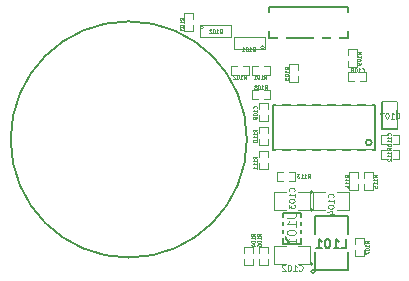
<source format=gbo>
G04 (created by PCBNEW (2013-may-18)-stable) date Mon 02 Nov 2015 08:13:46 PM CST*
%MOIN*%
G04 Gerber Fmt 3.4, Leading zero omitted, Abs format*
%FSLAX34Y34*%
G01*
G70*
G90*
G04 APERTURE LIST*
%ADD10C,0.00590551*%
%ADD11C,0.005*%
%ADD12C,0.0031*%
%ADD13C,0.0039*%
%ADD14C,0.0028*%
%ADD15C,0.003*%
%ADD16C,0.0043*%
%ADD17C,0.0045*%
%ADD18C,0.03*%
%ADD19R,0.0393701X0.015748*%
%ADD20R,0.0275591X0.0590551*%
%ADD21C,0.0354331*%
%ADD22R,0.0354331X0.0590551*%
%ADD23R,0.023622X0.0590551*%
%ADD24C,0.7*%
%ADD25R,0.0315X0.0394*%
%ADD26R,0.1X0.05*%
%ADD27R,0.035X0.055*%
%ADD28R,0.045X0.025*%
%ADD29R,0.0236X0.0157*%
%ADD30R,0.0157X0.0236*%
G04 APERTURE END LIST*
G54D10*
G54D11*
X82850Y-63750D02*
X83050Y-64050D01*
X82850Y-63050D02*
X82850Y-64075D01*
X82850Y-64075D02*
X83450Y-64075D01*
X83450Y-64075D02*
X83450Y-63050D01*
X83450Y-63050D02*
X82850Y-63050D01*
G54D10*
X82381Y-57211D02*
X82381Y-56188D01*
X85018Y-57211D02*
X85018Y-56188D01*
X82381Y-56188D02*
X85018Y-56188D01*
X82381Y-57211D02*
X85018Y-57211D01*
X85800Y-60700D02*
G75*
G03X85800Y-60700I-100J0D01*
G74*
G01*
X85900Y-59450D02*
X82500Y-59450D01*
X82500Y-59450D02*
X82500Y-60950D01*
X82500Y-60950D02*
X85900Y-60950D01*
X85900Y-60950D02*
X85900Y-59450D01*
X81637Y-60600D02*
G75*
G03X81637Y-60600I-3937J0D01*
G74*
G01*
G54D12*
X80199Y-56862D02*
G75*
G03X80199Y-56862I-62J0D01*
G74*
G01*
X81100Y-57200D02*
X81100Y-56800D01*
X80075Y-57200D02*
X80075Y-56800D01*
X81100Y-56800D02*
X80075Y-56800D01*
X80075Y-57200D02*
X81100Y-57200D01*
X82225Y-57538D02*
G75*
G03X82225Y-57538I-62J0D01*
G74*
G01*
X81200Y-57200D02*
X81200Y-57600D01*
X82225Y-57200D02*
X82225Y-57600D01*
X81200Y-57600D02*
X82225Y-57600D01*
X82225Y-57200D02*
X81200Y-57200D01*
G54D11*
X83920Y-65000D02*
G75*
G03X83920Y-65000I-70J0D01*
G74*
G01*
X85000Y-64350D02*
X85000Y-64950D01*
X85000Y-64950D02*
X83900Y-64950D01*
X83900Y-64950D02*
X83900Y-64350D01*
X83900Y-63750D02*
X83900Y-63150D01*
X83900Y-63150D02*
X85000Y-63150D01*
X85000Y-63150D02*
X85000Y-63750D01*
G54D13*
X83850Y-62950D02*
G75*
G03X83850Y-62950I-50J0D01*
G74*
G01*
X83350Y-62950D02*
X83750Y-62950D01*
X83750Y-62950D02*
X83750Y-62350D01*
X83750Y-62350D02*
X83350Y-62350D01*
X82950Y-62350D02*
X82550Y-62350D01*
X82550Y-62350D02*
X82550Y-62950D01*
X82550Y-62950D02*
X82950Y-62950D01*
X83850Y-62350D02*
G75*
G03X83850Y-62350I-50J0D01*
G74*
G01*
X84250Y-62350D02*
X83850Y-62350D01*
X83850Y-62350D02*
X83850Y-62950D01*
X83850Y-62950D02*
X84250Y-62950D01*
X84650Y-62950D02*
X85050Y-62950D01*
X85050Y-62950D02*
X85050Y-62350D01*
X85050Y-62350D02*
X84650Y-62350D01*
X83850Y-64750D02*
G75*
G03X83850Y-64750I-50J0D01*
G74*
G01*
X83350Y-64750D02*
X83750Y-64750D01*
X83750Y-64750D02*
X83750Y-64150D01*
X83750Y-64150D02*
X83350Y-64150D01*
X82950Y-64150D02*
X82550Y-64150D01*
X82550Y-64150D02*
X82550Y-64750D01*
X82550Y-64750D02*
X82950Y-64750D01*
G54D11*
X86150Y-59350D02*
X86150Y-60250D01*
X86150Y-60250D02*
X86650Y-60250D01*
X86650Y-60250D02*
X86650Y-59350D01*
X86650Y-59350D02*
X86150Y-59350D01*
G54D14*
X82350Y-64600D02*
X82350Y-64800D01*
X82350Y-64800D02*
X82050Y-64800D01*
X82050Y-64800D02*
X82050Y-64600D01*
X82350Y-64400D02*
X82350Y-64200D01*
X82350Y-64200D02*
X82050Y-64200D01*
X82050Y-64200D02*
X82050Y-64400D01*
X82850Y-62000D02*
X82650Y-62000D01*
X82650Y-62000D02*
X82650Y-61700D01*
X82650Y-61700D02*
X82850Y-61700D01*
X83050Y-62000D02*
X83250Y-62000D01*
X83250Y-62000D02*
X83250Y-61700D01*
X83250Y-61700D02*
X83050Y-61700D01*
X85850Y-62100D02*
X85850Y-62300D01*
X85850Y-62300D02*
X85550Y-62300D01*
X85550Y-62300D02*
X85550Y-62100D01*
X85850Y-61900D02*
X85850Y-61700D01*
X85850Y-61700D02*
X85550Y-61700D01*
X85550Y-61700D02*
X85550Y-61900D01*
X82350Y-59800D02*
X82350Y-60000D01*
X82350Y-60000D02*
X82050Y-60000D01*
X82050Y-60000D02*
X82050Y-59800D01*
X82350Y-59600D02*
X82350Y-59400D01*
X82350Y-59400D02*
X82050Y-59400D01*
X82050Y-59400D02*
X82050Y-59600D01*
X81550Y-64400D02*
X81550Y-64200D01*
X81550Y-64200D02*
X81850Y-64200D01*
X81850Y-64200D02*
X81850Y-64400D01*
X81550Y-64600D02*
X81550Y-64800D01*
X81550Y-64800D02*
X81850Y-64800D01*
X81850Y-64800D02*
X81850Y-64600D01*
X82200Y-58150D02*
X82400Y-58150D01*
X82400Y-58150D02*
X82400Y-58450D01*
X82400Y-58450D02*
X82200Y-58450D01*
X82000Y-58150D02*
X81800Y-58150D01*
X81800Y-58150D02*
X81800Y-58450D01*
X81800Y-58450D02*
X82000Y-58450D01*
X82350Y-60600D02*
X82350Y-60800D01*
X82350Y-60800D02*
X82050Y-60800D01*
X82050Y-60800D02*
X82050Y-60600D01*
X82350Y-60400D02*
X82350Y-60200D01*
X82350Y-60200D02*
X82050Y-60200D01*
X82050Y-60200D02*
X82050Y-60400D01*
X85250Y-64100D02*
X85250Y-63900D01*
X85250Y-63900D02*
X85550Y-63900D01*
X85550Y-63900D02*
X85550Y-64100D01*
X85250Y-64300D02*
X85250Y-64500D01*
X85250Y-64500D02*
X85550Y-64500D01*
X85550Y-64500D02*
X85550Y-64300D01*
X85300Y-58000D02*
X85300Y-58200D01*
X85300Y-58200D02*
X85000Y-58200D01*
X85000Y-58200D02*
X85000Y-58000D01*
X85300Y-57800D02*
X85300Y-57600D01*
X85300Y-57600D02*
X85000Y-57600D01*
X85000Y-57600D02*
X85000Y-57800D01*
X86500Y-60450D02*
X86700Y-60450D01*
X86700Y-60450D02*
X86700Y-60750D01*
X86700Y-60750D02*
X86500Y-60750D01*
X86300Y-60450D02*
X86100Y-60450D01*
X86100Y-60450D02*
X86100Y-60750D01*
X86100Y-60750D02*
X86300Y-60750D01*
X86300Y-61250D02*
X86100Y-61250D01*
X86100Y-61250D02*
X86100Y-60950D01*
X86100Y-60950D02*
X86300Y-60950D01*
X86500Y-61250D02*
X86700Y-61250D01*
X86700Y-61250D02*
X86700Y-60950D01*
X86700Y-60950D02*
X86500Y-60950D01*
X85400Y-58350D02*
X85600Y-58350D01*
X85600Y-58350D02*
X85600Y-58650D01*
X85600Y-58650D02*
X85400Y-58650D01*
X85200Y-58350D02*
X85000Y-58350D01*
X85000Y-58350D02*
X85000Y-58650D01*
X85000Y-58650D02*
X85200Y-58650D01*
X82350Y-61400D02*
X82350Y-61600D01*
X82350Y-61600D02*
X82050Y-61600D01*
X82050Y-61600D02*
X82050Y-61400D01*
X82350Y-61200D02*
X82350Y-61000D01*
X82350Y-61000D02*
X82050Y-61000D01*
X82050Y-61000D02*
X82050Y-61200D01*
X82000Y-59250D02*
X81800Y-59250D01*
X81800Y-59250D02*
X81800Y-58950D01*
X81800Y-58950D02*
X82000Y-58950D01*
X82200Y-59250D02*
X82400Y-59250D01*
X82400Y-59250D02*
X82400Y-58950D01*
X82400Y-58950D02*
X82200Y-58950D01*
X81500Y-58150D02*
X81700Y-58150D01*
X81700Y-58150D02*
X81700Y-58450D01*
X81700Y-58450D02*
X81500Y-58450D01*
X81300Y-58150D02*
X81100Y-58150D01*
X81100Y-58150D02*
X81100Y-58450D01*
X81100Y-58450D02*
X81300Y-58450D01*
X85350Y-62100D02*
X85350Y-62300D01*
X85350Y-62300D02*
X85050Y-62300D01*
X85050Y-62300D02*
X85050Y-62100D01*
X85350Y-61900D02*
X85350Y-61700D01*
X85350Y-61700D02*
X85050Y-61700D01*
X85050Y-61700D02*
X85050Y-61900D01*
X79550Y-56600D02*
X79550Y-56400D01*
X79550Y-56400D02*
X79850Y-56400D01*
X79850Y-56400D02*
X79850Y-56600D01*
X79550Y-56800D02*
X79550Y-57000D01*
X79550Y-57000D02*
X79850Y-57000D01*
X79850Y-57000D02*
X79850Y-56800D01*
X83050Y-58300D02*
X83050Y-58100D01*
X83050Y-58100D02*
X83350Y-58100D01*
X83350Y-58100D02*
X83350Y-58300D01*
X83050Y-58500D02*
X83050Y-58700D01*
X83050Y-58700D02*
X83350Y-58700D01*
X83350Y-58700D02*
X83350Y-58500D01*
G54D15*
X82971Y-63035D02*
X83214Y-63035D01*
X83242Y-63050D01*
X83257Y-63064D01*
X83271Y-63092D01*
X83271Y-63150D01*
X83257Y-63178D01*
X83242Y-63192D01*
X83214Y-63207D01*
X82971Y-63207D01*
X83271Y-63507D02*
X83271Y-63335D01*
X83271Y-63421D02*
X82971Y-63421D01*
X83014Y-63392D01*
X83042Y-63364D01*
X83057Y-63335D01*
X82971Y-63692D02*
X82971Y-63721D01*
X82985Y-63750D01*
X83000Y-63764D01*
X83028Y-63778D01*
X83085Y-63792D01*
X83157Y-63792D01*
X83214Y-63778D01*
X83242Y-63764D01*
X83257Y-63750D01*
X83271Y-63721D01*
X83271Y-63692D01*
X83257Y-63664D01*
X83242Y-63650D01*
X83214Y-63635D01*
X83157Y-63621D01*
X83085Y-63621D01*
X83028Y-63635D01*
X83000Y-63650D01*
X82985Y-63664D01*
X82971Y-63692D01*
X83271Y-64078D02*
X83271Y-63907D01*
X83271Y-63992D02*
X82971Y-63992D01*
X83014Y-63964D01*
X83042Y-63935D01*
X83057Y-63907D01*
G54D14*
X80725Y-57060D02*
X80737Y-57054D01*
X80748Y-57042D01*
X80765Y-57025D01*
X80777Y-57020D01*
X80788Y-57020D01*
X80782Y-57048D02*
X80794Y-57042D01*
X80805Y-57031D01*
X80811Y-57008D01*
X80811Y-56968D01*
X80805Y-56945D01*
X80794Y-56934D01*
X80782Y-56928D01*
X80760Y-56928D01*
X80748Y-56934D01*
X80737Y-56945D01*
X80731Y-56968D01*
X80731Y-57008D01*
X80737Y-57031D01*
X80748Y-57042D01*
X80760Y-57048D01*
X80782Y-57048D01*
X80617Y-57048D02*
X80685Y-57048D01*
X80651Y-57048D02*
X80651Y-56928D01*
X80662Y-56945D01*
X80674Y-56957D01*
X80685Y-56962D01*
X80542Y-56928D02*
X80531Y-56928D01*
X80520Y-56934D01*
X80514Y-56940D01*
X80508Y-56951D01*
X80502Y-56974D01*
X80502Y-57002D01*
X80508Y-57025D01*
X80514Y-57037D01*
X80520Y-57042D01*
X80531Y-57048D01*
X80542Y-57048D01*
X80554Y-57042D01*
X80560Y-57037D01*
X80565Y-57025D01*
X80571Y-57002D01*
X80571Y-56974D01*
X80565Y-56951D01*
X80560Y-56940D01*
X80554Y-56934D01*
X80542Y-56928D01*
X80457Y-56940D02*
X80451Y-56934D01*
X80440Y-56928D01*
X80411Y-56928D01*
X80400Y-56934D01*
X80394Y-56940D01*
X80388Y-56951D01*
X80388Y-56962D01*
X80394Y-56980D01*
X80462Y-57048D01*
X80388Y-57048D01*
X81825Y-57660D02*
X81837Y-57654D01*
X81848Y-57642D01*
X81865Y-57625D01*
X81877Y-57620D01*
X81888Y-57620D01*
X81882Y-57648D02*
X81894Y-57642D01*
X81905Y-57631D01*
X81911Y-57608D01*
X81911Y-57568D01*
X81905Y-57545D01*
X81894Y-57534D01*
X81882Y-57528D01*
X81860Y-57528D01*
X81848Y-57534D01*
X81837Y-57545D01*
X81831Y-57568D01*
X81831Y-57608D01*
X81837Y-57631D01*
X81848Y-57642D01*
X81860Y-57648D01*
X81882Y-57648D01*
X81717Y-57648D02*
X81785Y-57648D01*
X81751Y-57648D02*
X81751Y-57528D01*
X81762Y-57545D01*
X81774Y-57557D01*
X81785Y-57562D01*
X81642Y-57528D02*
X81631Y-57528D01*
X81620Y-57534D01*
X81614Y-57540D01*
X81608Y-57551D01*
X81602Y-57574D01*
X81602Y-57602D01*
X81608Y-57625D01*
X81614Y-57637D01*
X81620Y-57642D01*
X81631Y-57648D01*
X81642Y-57648D01*
X81654Y-57642D01*
X81660Y-57637D01*
X81665Y-57625D01*
X81671Y-57602D01*
X81671Y-57574D01*
X81665Y-57551D01*
X81660Y-57540D01*
X81654Y-57534D01*
X81642Y-57528D01*
X81488Y-57648D02*
X81557Y-57648D01*
X81522Y-57648D02*
X81522Y-57528D01*
X81534Y-57545D01*
X81545Y-57557D01*
X81557Y-57562D01*
G54D11*
X84785Y-64221D02*
X84928Y-64221D01*
X84928Y-63921D01*
X84528Y-64221D02*
X84699Y-64221D01*
X84614Y-64221D02*
X84614Y-63921D01*
X84642Y-63964D01*
X84671Y-63992D01*
X84699Y-64007D01*
X84342Y-63921D02*
X84314Y-63921D01*
X84285Y-63935D01*
X84271Y-63950D01*
X84257Y-63978D01*
X84242Y-64035D01*
X84242Y-64107D01*
X84257Y-64164D01*
X84271Y-64192D01*
X84285Y-64207D01*
X84314Y-64221D01*
X84342Y-64221D01*
X84371Y-64207D01*
X84385Y-64192D01*
X84399Y-64164D01*
X84414Y-64107D01*
X84414Y-64035D01*
X84399Y-63978D01*
X84385Y-63950D01*
X84371Y-63935D01*
X84342Y-63921D01*
X83957Y-64221D02*
X84128Y-64221D01*
X84042Y-64221D02*
X84042Y-63921D01*
X84071Y-63964D01*
X84100Y-63992D01*
X84128Y-64007D01*
G54D16*
X83210Y-62329D02*
X83220Y-62320D01*
X83229Y-62292D01*
X83229Y-62273D01*
X83220Y-62245D01*
X83201Y-62226D01*
X83182Y-62216D01*
X83145Y-62207D01*
X83117Y-62207D01*
X83079Y-62216D01*
X83060Y-62226D01*
X83042Y-62245D01*
X83032Y-62273D01*
X83032Y-62292D01*
X83042Y-62320D01*
X83051Y-62329D01*
X83229Y-62517D02*
X83229Y-62404D01*
X83229Y-62460D02*
X83032Y-62460D01*
X83060Y-62442D01*
X83079Y-62423D01*
X83089Y-62404D01*
X83032Y-62639D02*
X83032Y-62657D01*
X83042Y-62676D01*
X83051Y-62686D01*
X83070Y-62695D01*
X83107Y-62704D01*
X83154Y-62704D01*
X83192Y-62695D01*
X83210Y-62686D01*
X83220Y-62676D01*
X83229Y-62657D01*
X83229Y-62639D01*
X83220Y-62620D01*
X83210Y-62610D01*
X83192Y-62601D01*
X83154Y-62592D01*
X83107Y-62592D01*
X83070Y-62601D01*
X83051Y-62610D01*
X83042Y-62620D01*
X83032Y-62639D01*
X83032Y-62770D02*
X83032Y-62892D01*
X83107Y-62826D01*
X83107Y-62854D01*
X83117Y-62873D01*
X83126Y-62883D01*
X83145Y-62892D01*
X83192Y-62892D01*
X83210Y-62883D01*
X83220Y-62873D01*
X83229Y-62854D01*
X83229Y-62798D01*
X83220Y-62779D01*
X83210Y-62770D01*
X84510Y-62529D02*
X84520Y-62520D01*
X84529Y-62492D01*
X84529Y-62473D01*
X84520Y-62445D01*
X84501Y-62426D01*
X84482Y-62416D01*
X84445Y-62407D01*
X84417Y-62407D01*
X84379Y-62416D01*
X84360Y-62426D01*
X84342Y-62445D01*
X84332Y-62473D01*
X84332Y-62492D01*
X84342Y-62520D01*
X84351Y-62529D01*
X84529Y-62717D02*
X84529Y-62604D01*
X84529Y-62660D02*
X84332Y-62660D01*
X84360Y-62642D01*
X84379Y-62623D01*
X84389Y-62604D01*
X84332Y-62839D02*
X84332Y-62857D01*
X84342Y-62876D01*
X84351Y-62886D01*
X84370Y-62895D01*
X84407Y-62904D01*
X84454Y-62904D01*
X84492Y-62895D01*
X84510Y-62886D01*
X84520Y-62876D01*
X84529Y-62857D01*
X84529Y-62839D01*
X84520Y-62820D01*
X84510Y-62810D01*
X84492Y-62801D01*
X84454Y-62792D01*
X84407Y-62792D01*
X84370Y-62801D01*
X84351Y-62810D01*
X84342Y-62820D01*
X84332Y-62839D01*
X84398Y-63073D02*
X84529Y-63073D01*
X84323Y-63026D02*
X84464Y-62979D01*
X84464Y-63101D01*
X83370Y-64960D02*
X83379Y-64970D01*
X83407Y-64979D01*
X83426Y-64979D01*
X83454Y-64970D01*
X83473Y-64951D01*
X83483Y-64932D01*
X83492Y-64895D01*
X83492Y-64867D01*
X83483Y-64829D01*
X83473Y-64810D01*
X83454Y-64792D01*
X83426Y-64782D01*
X83407Y-64782D01*
X83379Y-64792D01*
X83370Y-64801D01*
X83182Y-64979D02*
X83295Y-64979D01*
X83239Y-64979D02*
X83239Y-64782D01*
X83257Y-64810D01*
X83276Y-64829D01*
X83295Y-64839D01*
X83060Y-64782D02*
X83042Y-64782D01*
X83023Y-64792D01*
X83013Y-64801D01*
X83004Y-64820D01*
X82995Y-64857D01*
X82995Y-64904D01*
X83004Y-64942D01*
X83013Y-64960D01*
X83023Y-64970D01*
X83042Y-64979D01*
X83060Y-64979D01*
X83079Y-64970D01*
X83089Y-64960D01*
X83098Y-64942D01*
X83107Y-64904D01*
X83107Y-64857D01*
X83098Y-64820D01*
X83089Y-64801D01*
X83079Y-64792D01*
X83060Y-64782D01*
X82920Y-64801D02*
X82910Y-64792D01*
X82892Y-64782D01*
X82845Y-64782D01*
X82826Y-64792D01*
X82816Y-64801D01*
X82807Y-64820D01*
X82807Y-64839D01*
X82816Y-64867D01*
X82929Y-64979D01*
X82807Y-64979D01*
G54D17*
X86601Y-59886D02*
X86610Y-59896D01*
X86635Y-59905D01*
X86652Y-59905D01*
X86678Y-59896D01*
X86695Y-59877D01*
X86704Y-59858D01*
X86712Y-59820D01*
X86712Y-59791D01*
X86704Y-59753D01*
X86695Y-59734D01*
X86678Y-59715D01*
X86652Y-59705D01*
X86635Y-59705D01*
X86610Y-59715D01*
X86601Y-59725D01*
X86430Y-59905D02*
X86532Y-59905D01*
X86481Y-59905D02*
X86481Y-59705D01*
X86498Y-59734D01*
X86515Y-59753D01*
X86532Y-59763D01*
X86318Y-59705D02*
X86301Y-59705D01*
X86284Y-59715D01*
X86275Y-59725D01*
X86267Y-59744D01*
X86258Y-59782D01*
X86258Y-59829D01*
X86267Y-59867D01*
X86275Y-59886D01*
X86284Y-59896D01*
X86301Y-59905D01*
X86318Y-59905D01*
X86335Y-59896D01*
X86344Y-59886D01*
X86352Y-59867D01*
X86361Y-59829D01*
X86361Y-59782D01*
X86352Y-59744D01*
X86344Y-59725D01*
X86335Y-59715D01*
X86318Y-59705D01*
X86198Y-59705D02*
X86078Y-59705D01*
X86155Y-59905D01*
G54D14*
X82105Y-63815D02*
X82040Y-63775D01*
X82105Y-63747D02*
X81967Y-63747D01*
X81967Y-63792D01*
X81974Y-63804D01*
X81981Y-63810D01*
X81994Y-63815D01*
X82013Y-63815D01*
X82027Y-63810D01*
X82033Y-63804D01*
X82040Y-63792D01*
X82040Y-63747D01*
X82105Y-63930D02*
X82105Y-63861D01*
X82105Y-63895D02*
X81967Y-63895D01*
X81987Y-63884D01*
X82000Y-63872D01*
X82007Y-63861D01*
X81967Y-64004D02*
X81967Y-64015D01*
X81974Y-64027D01*
X81981Y-64032D01*
X81994Y-64038D01*
X82020Y-64044D01*
X82053Y-64044D01*
X82079Y-64038D01*
X82092Y-64032D01*
X82099Y-64027D01*
X82105Y-64015D01*
X82105Y-64004D01*
X82099Y-63992D01*
X82092Y-63987D01*
X82079Y-63981D01*
X82053Y-63975D01*
X82020Y-63975D01*
X81994Y-63981D01*
X81981Y-63987D01*
X81974Y-63992D01*
X81967Y-64004D01*
X81967Y-64147D02*
X81967Y-64124D01*
X81974Y-64112D01*
X81981Y-64107D01*
X82000Y-64095D01*
X82027Y-64090D01*
X82079Y-64090D01*
X82092Y-64095D01*
X82099Y-64101D01*
X82105Y-64112D01*
X82105Y-64135D01*
X82099Y-64147D01*
X82092Y-64152D01*
X82079Y-64158D01*
X82046Y-64158D01*
X82033Y-64152D01*
X82027Y-64147D01*
X82020Y-64135D01*
X82020Y-64112D01*
X82027Y-64101D01*
X82033Y-64095D01*
X82046Y-64090D01*
X83659Y-61880D02*
X83699Y-61815D01*
X83727Y-61880D02*
X83727Y-61742D01*
X83682Y-61742D01*
X83670Y-61749D01*
X83665Y-61756D01*
X83659Y-61769D01*
X83659Y-61788D01*
X83665Y-61802D01*
X83670Y-61808D01*
X83682Y-61815D01*
X83727Y-61815D01*
X83545Y-61880D02*
X83613Y-61880D01*
X83579Y-61880D02*
X83579Y-61742D01*
X83590Y-61762D01*
X83602Y-61775D01*
X83613Y-61782D01*
X83430Y-61880D02*
X83499Y-61880D01*
X83465Y-61880D02*
X83465Y-61742D01*
X83476Y-61762D01*
X83487Y-61775D01*
X83499Y-61782D01*
X83390Y-61742D02*
X83316Y-61742D01*
X83356Y-61795D01*
X83339Y-61795D01*
X83327Y-61802D01*
X83322Y-61808D01*
X83316Y-61821D01*
X83316Y-61854D01*
X83322Y-61867D01*
X83327Y-61874D01*
X83339Y-61880D01*
X83373Y-61880D01*
X83385Y-61874D01*
X83390Y-61867D01*
X85980Y-61865D02*
X85915Y-61825D01*
X85980Y-61797D02*
X85842Y-61797D01*
X85842Y-61842D01*
X85849Y-61854D01*
X85856Y-61860D01*
X85869Y-61865D01*
X85888Y-61865D01*
X85902Y-61860D01*
X85908Y-61854D01*
X85915Y-61842D01*
X85915Y-61797D01*
X85980Y-61980D02*
X85980Y-61911D01*
X85980Y-61945D02*
X85842Y-61945D01*
X85862Y-61934D01*
X85875Y-61922D01*
X85882Y-61911D01*
X85980Y-62094D02*
X85980Y-62025D01*
X85980Y-62060D02*
X85842Y-62060D01*
X85862Y-62048D01*
X85875Y-62037D01*
X85882Y-62025D01*
X85842Y-62202D02*
X85842Y-62145D01*
X85908Y-62140D01*
X85902Y-62145D01*
X85895Y-62157D01*
X85895Y-62185D01*
X85902Y-62197D01*
X85908Y-62202D01*
X85921Y-62208D01*
X85954Y-62208D01*
X85967Y-62202D01*
X85974Y-62197D01*
X85980Y-62185D01*
X85980Y-62157D01*
X85974Y-62145D01*
X85967Y-62140D01*
X81967Y-59565D02*
X81974Y-59560D01*
X81980Y-59542D01*
X81980Y-59531D01*
X81974Y-59514D01*
X81961Y-59502D01*
X81948Y-59497D01*
X81921Y-59491D01*
X81902Y-59491D01*
X81875Y-59497D01*
X81862Y-59502D01*
X81849Y-59514D01*
X81842Y-59531D01*
X81842Y-59542D01*
X81849Y-59560D01*
X81856Y-59565D01*
X81980Y-59680D02*
X81980Y-59611D01*
X81980Y-59645D02*
X81842Y-59645D01*
X81862Y-59634D01*
X81875Y-59622D01*
X81882Y-59611D01*
X81842Y-59754D02*
X81842Y-59765D01*
X81849Y-59777D01*
X81856Y-59782D01*
X81869Y-59788D01*
X81895Y-59794D01*
X81928Y-59794D01*
X81954Y-59788D01*
X81967Y-59782D01*
X81974Y-59777D01*
X81980Y-59765D01*
X81980Y-59754D01*
X81974Y-59742D01*
X81967Y-59737D01*
X81954Y-59731D01*
X81928Y-59725D01*
X81895Y-59725D01*
X81869Y-59731D01*
X81856Y-59737D01*
X81849Y-59742D01*
X81842Y-59754D01*
X81980Y-59851D02*
X81980Y-59874D01*
X81974Y-59885D01*
X81967Y-59891D01*
X81948Y-59902D01*
X81921Y-59908D01*
X81869Y-59908D01*
X81856Y-59902D01*
X81849Y-59897D01*
X81842Y-59885D01*
X81842Y-59862D01*
X81849Y-59851D01*
X81856Y-59845D01*
X81869Y-59840D01*
X81902Y-59840D01*
X81915Y-59845D01*
X81921Y-59851D01*
X81928Y-59862D01*
X81928Y-59885D01*
X81921Y-59897D01*
X81915Y-59902D01*
X81902Y-59908D01*
X81905Y-63815D02*
X81840Y-63775D01*
X81905Y-63747D02*
X81767Y-63747D01*
X81767Y-63792D01*
X81774Y-63804D01*
X81781Y-63810D01*
X81794Y-63815D01*
X81813Y-63815D01*
X81827Y-63810D01*
X81833Y-63804D01*
X81840Y-63792D01*
X81840Y-63747D01*
X81905Y-63930D02*
X81905Y-63861D01*
X81905Y-63895D02*
X81767Y-63895D01*
X81787Y-63884D01*
X81800Y-63872D01*
X81807Y-63861D01*
X81767Y-64004D02*
X81767Y-64015D01*
X81774Y-64027D01*
X81781Y-64032D01*
X81794Y-64038D01*
X81820Y-64044D01*
X81853Y-64044D01*
X81879Y-64038D01*
X81892Y-64032D01*
X81899Y-64027D01*
X81905Y-64015D01*
X81905Y-64004D01*
X81899Y-63992D01*
X81892Y-63987D01*
X81879Y-63981D01*
X81853Y-63975D01*
X81820Y-63975D01*
X81794Y-63981D01*
X81781Y-63987D01*
X81774Y-63992D01*
X81767Y-64004D01*
X81813Y-64147D02*
X81905Y-64147D01*
X81761Y-64118D02*
X81859Y-64090D01*
X81859Y-64164D01*
X82209Y-58580D02*
X82249Y-58515D01*
X82277Y-58580D02*
X82277Y-58442D01*
X82232Y-58442D01*
X82220Y-58449D01*
X82215Y-58456D01*
X82209Y-58469D01*
X82209Y-58488D01*
X82215Y-58502D01*
X82220Y-58508D01*
X82232Y-58515D01*
X82277Y-58515D01*
X82095Y-58580D02*
X82163Y-58580D01*
X82129Y-58580D02*
X82129Y-58442D01*
X82140Y-58462D01*
X82152Y-58475D01*
X82163Y-58482D01*
X82020Y-58442D02*
X82009Y-58442D01*
X81997Y-58449D01*
X81992Y-58456D01*
X81986Y-58469D01*
X81980Y-58495D01*
X81980Y-58528D01*
X81986Y-58554D01*
X81992Y-58567D01*
X81997Y-58574D01*
X82009Y-58580D01*
X82020Y-58580D01*
X82032Y-58574D01*
X82037Y-58567D01*
X82043Y-58554D01*
X82049Y-58528D01*
X82049Y-58495D01*
X82043Y-58469D01*
X82037Y-58456D01*
X82032Y-58449D01*
X82020Y-58442D01*
X81866Y-58580D02*
X81935Y-58580D01*
X81900Y-58580D02*
X81900Y-58442D01*
X81912Y-58462D01*
X81923Y-58475D01*
X81935Y-58482D01*
X81980Y-60340D02*
X81915Y-60300D01*
X81980Y-60272D02*
X81842Y-60272D01*
X81842Y-60317D01*
X81849Y-60329D01*
X81856Y-60335D01*
X81869Y-60340D01*
X81888Y-60340D01*
X81902Y-60335D01*
X81908Y-60329D01*
X81915Y-60317D01*
X81915Y-60272D01*
X81980Y-60455D02*
X81980Y-60386D01*
X81980Y-60420D02*
X81842Y-60420D01*
X81862Y-60409D01*
X81875Y-60397D01*
X81882Y-60386D01*
X81980Y-60569D02*
X81980Y-60500D01*
X81980Y-60535D02*
X81842Y-60535D01*
X81862Y-60523D01*
X81875Y-60512D01*
X81882Y-60500D01*
X81842Y-60643D02*
X81842Y-60655D01*
X81849Y-60666D01*
X81856Y-60672D01*
X81869Y-60677D01*
X81895Y-60683D01*
X81928Y-60683D01*
X81954Y-60677D01*
X81967Y-60672D01*
X81974Y-60666D01*
X81980Y-60655D01*
X81980Y-60643D01*
X81974Y-60632D01*
X81967Y-60626D01*
X81954Y-60620D01*
X81928Y-60615D01*
X81895Y-60615D01*
X81869Y-60620D01*
X81856Y-60626D01*
X81849Y-60632D01*
X81842Y-60643D01*
X85705Y-64065D02*
X85640Y-64025D01*
X85705Y-63997D02*
X85567Y-63997D01*
X85567Y-64042D01*
X85574Y-64054D01*
X85581Y-64060D01*
X85594Y-64065D01*
X85613Y-64065D01*
X85627Y-64060D01*
X85633Y-64054D01*
X85640Y-64042D01*
X85640Y-63997D01*
X85705Y-64180D02*
X85705Y-64111D01*
X85705Y-64145D02*
X85567Y-64145D01*
X85587Y-64134D01*
X85600Y-64122D01*
X85607Y-64111D01*
X85567Y-64254D02*
X85567Y-64265D01*
X85574Y-64277D01*
X85581Y-64282D01*
X85594Y-64288D01*
X85620Y-64294D01*
X85653Y-64294D01*
X85679Y-64288D01*
X85692Y-64282D01*
X85699Y-64277D01*
X85705Y-64265D01*
X85705Y-64254D01*
X85699Y-64242D01*
X85692Y-64237D01*
X85679Y-64231D01*
X85653Y-64225D01*
X85620Y-64225D01*
X85594Y-64231D01*
X85581Y-64237D01*
X85574Y-64242D01*
X85567Y-64254D01*
X85567Y-64334D02*
X85567Y-64414D01*
X85705Y-64362D01*
X85430Y-57765D02*
X85365Y-57725D01*
X85430Y-57697D02*
X85292Y-57697D01*
X85292Y-57742D01*
X85299Y-57754D01*
X85306Y-57760D01*
X85319Y-57765D01*
X85338Y-57765D01*
X85352Y-57760D01*
X85358Y-57754D01*
X85365Y-57742D01*
X85365Y-57697D01*
X85430Y-57880D02*
X85430Y-57811D01*
X85430Y-57845D02*
X85292Y-57845D01*
X85312Y-57834D01*
X85325Y-57822D01*
X85332Y-57811D01*
X85292Y-57954D02*
X85292Y-57965D01*
X85299Y-57977D01*
X85306Y-57982D01*
X85319Y-57988D01*
X85345Y-57994D01*
X85378Y-57994D01*
X85404Y-57988D01*
X85417Y-57982D01*
X85424Y-57977D01*
X85430Y-57965D01*
X85430Y-57954D01*
X85424Y-57942D01*
X85417Y-57937D01*
X85404Y-57931D01*
X85378Y-57925D01*
X85345Y-57925D01*
X85319Y-57931D01*
X85306Y-57937D01*
X85299Y-57942D01*
X85292Y-57954D01*
X85430Y-58051D02*
X85430Y-58074D01*
X85424Y-58085D01*
X85417Y-58091D01*
X85398Y-58102D01*
X85371Y-58108D01*
X85319Y-58108D01*
X85306Y-58102D01*
X85299Y-58097D01*
X85292Y-58085D01*
X85292Y-58062D01*
X85299Y-58051D01*
X85306Y-58045D01*
X85319Y-58040D01*
X85352Y-58040D01*
X85365Y-58045D01*
X85371Y-58051D01*
X85378Y-58062D01*
X85378Y-58085D01*
X85371Y-58097D01*
X85365Y-58102D01*
X85352Y-58108D01*
X86442Y-60465D02*
X86449Y-60460D01*
X86455Y-60442D01*
X86455Y-60431D01*
X86449Y-60414D01*
X86436Y-60402D01*
X86423Y-60397D01*
X86396Y-60391D01*
X86377Y-60391D01*
X86350Y-60397D01*
X86337Y-60402D01*
X86324Y-60414D01*
X86317Y-60431D01*
X86317Y-60442D01*
X86324Y-60460D01*
X86331Y-60465D01*
X86455Y-60580D02*
X86455Y-60511D01*
X86455Y-60545D02*
X86317Y-60545D01*
X86337Y-60534D01*
X86350Y-60522D01*
X86357Y-60511D01*
X86455Y-60694D02*
X86455Y-60625D01*
X86455Y-60660D02*
X86317Y-60660D01*
X86337Y-60648D01*
X86350Y-60637D01*
X86357Y-60625D01*
X86317Y-60768D02*
X86317Y-60780D01*
X86324Y-60791D01*
X86331Y-60797D01*
X86344Y-60802D01*
X86370Y-60808D01*
X86403Y-60808D01*
X86429Y-60802D01*
X86442Y-60797D01*
X86449Y-60791D01*
X86455Y-60780D01*
X86455Y-60768D01*
X86449Y-60757D01*
X86442Y-60751D01*
X86429Y-60745D01*
X86403Y-60740D01*
X86370Y-60740D01*
X86344Y-60745D01*
X86331Y-60751D01*
X86324Y-60757D01*
X86317Y-60768D01*
X86455Y-60965D02*
X86390Y-60925D01*
X86455Y-60897D02*
X86317Y-60897D01*
X86317Y-60942D01*
X86324Y-60954D01*
X86331Y-60960D01*
X86344Y-60965D01*
X86363Y-60965D01*
X86377Y-60960D01*
X86383Y-60954D01*
X86390Y-60942D01*
X86390Y-60897D01*
X86455Y-61080D02*
X86455Y-61011D01*
X86455Y-61045D02*
X86317Y-61045D01*
X86337Y-61034D01*
X86350Y-61022D01*
X86357Y-61011D01*
X86455Y-61194D02*
X86455Y-61125D01*
X86455Y-61160D02*
X86317Y-61160D01*
X86337Y-61148D01*
X86350Y-61137D01*
X86357Y-61125D01*
X86331Y-61240D02*
X86324Y-61245D01*
X86317Y-61257D01*
X86317Y-61285D01*
X86324Y-61297D01*
X86331Y-61302D01*
X86344Y-61308D01*
X86357Y-61308D01*
X86377Y-61302D01*
X86455Y-61234D01*
X86455Y-61308D01*
X85459Y-58342D02*
X85465Y-58349D01*
X85482Y-58355D01*
X85493Y-58355D01*
X85510Y-58349D01*
X85522Y-58336D01*
X85527Y-58323D01*
X85533Y-58296D01*
X85533Y-58277D01*
X85527Y-58250D01*
X85522Y-58237D01*
X85510Y-58224D01*
X85493Y-58217D01*
X85482Y-58217D01*
X85465Y-58224D01*
X85459Y-58231D01*
X85345Y-58355D02*
X85413Y-58355D01*
X85379Y-58355D02*
X85379Y-58217D01*
X85390Y-58237D01*
X85402Y-58250D01*
X85413Y-58257D01*
X85270Y-58217D02*
X85259Y-58217D01*
X85247Y-58224D01*
X85242Y-58231D01*
X85236Y-58244D01*
X85230Y-58270D01*
X85230Y-58303D01*
X85236Y-58329D01*
X85242Y-58342D01*
X85247Y-58349D01*
X85259Y-58355D01*
X85270Y-58355D01*
X85282Y-58349D01*
X85287Y-58342D01*
X85293Y-58329D01*
X85299Y-58303D01*
X85299Y-58270D01*
X85293Y-58244D01*
X85287Y-58231D01*
X85282Y-58224D01*
X85270Y-58217D01*
X85162Y-58277D02*
X85173Y-58270D01*
X85179Y-58263D01*
X85185Y-58250D01*
X85185Y-58244D01*
X85179Y-58231D01*
X85173Y-58224D01*
X85162Y-58217D01*
X85139Y-58217D01*
X85127Y-58224D01*
X85122Y-58231D01*
X85116Y-58244D01*
X85116Y-58250D01*
X85122Y-58263D01*
X85127Y-58270D01*
X85139Y-58277D01*
X85162Y-58277D01*
X85173Y-58283D01*
X85179Y-58290D01*
X85185Y-58303D01*
X85185Y-58329D01*
X85179Y-58342D01*
X85173Y-58349D01*
X85162Y-58355D01*
X85139Y-58355D01*
X85127Y-58349D01*
X85122Y-58342D01*
X85116Y-58329D01*
X85116Y-58303D01*
X85122Y-58290D01*
X85127Y-58283D01*
X85139Y-58277D01*
X81980Y-61240D02*
X81915Y-61200D01*
X81980Y-61172D02*
X81842Y-61172D01*
X81842Y-61217D01*
X81849Y-61229D01*
X81856Y-61235D01*
X81869Y-61240D01*
X81888Y-61240D01*
X81902Y-61235D01*
X81908Y-61229D01*
X81915Y-61217D01*
X81915Y-61172D01*
X81980Y-61355D02*
X81980Y-61286D01*
X81980Y-61320D02*
X81842Y-61320D01*
X81862Y-61309D01*
X81875Y-61297D01*
X81882Y-61286D01*
X81980Y-61469D02*
X81980Y-61400D01*
X81980Y-61435D02*
X81842Y-61435D01*
X81862Y-61423D01*
X81875Y-61412D01*
X81882Y-61400D01*
X81980Y-61583D02*
X81980Y-61515D01*
X81980Y-61549D02*
X81842Y-61549D01*
X81862Y-61537D01*
X81875Y-61526D01*
X81882Y-61515D01*
X82234Y-58930D02*
X82274Y-58865D01*
X82302Y-58930D02*
X82302Y-58792D01*
X82257Y-58792D01*
X82245Y-58799D01*
X82240Y-58806D01*
X82234Y-58819D01*
X82234Y-58838D01*
X82240Y-58852D01*
X82245Y-58858D01*
X82257Y-58865D01*
X82302Y-58865D01*
X82120Y-58930D02*
X82188Y-58930D01*
X82154Y-58930D02*
X82154Y-58792D01*
X82165Y-58812D01*
X82177Y-58825D01*
X82188Y-58832D01*
X82045Y-58792D02*
X82034Y-58792D01*
X82022Y-58799D01*
X82017Y-58806D01*
X82011Y-58819D01*
X82005Y-58845D01*
X82005Y-58878D01*
X82011Y-58904D01*
X82017Y-58917D01*
X82022Y-58924D01*
X82034Y-58930D01*
X82045Y-58930D01*
X82057Y-58924D01*
X82062Y-58917D01*
X82068Y-58904D01*
X82074Y-58878D01*
X82074Y-58845D01*
X82068Y-58819D01*
X82062Y-58806D01*
X82057Y-58799D01*
X82045Y-58792D01*
X81937Y-58852D02*
X81948Y-58845D01*
X81954Y-58838D01*
X81960Y-58825D01*
X81960Y-58819D01*
X81954Y-58806D01*
X81948Y-58799D01*
X81937Y-58792D01*
X81914Y-58792D01*
X81902Y-58799D01*
X81897Y-58806D01*
X81891Y-58819D01*
X81891Y-58825D01*
X81897Y-58838D01*
X81902Y-58845D01*
X81914Y-58852D01*
X81937Y-58852D01*
X81948Y-58858D01*
X81954Y-58865D01*
X81960Y-58878D01*
X81960Y-58904D01*
X81954Y-58917D01*
X81948Y-58924D01*
X81937Y-58930D01*
X81914Y-58930D01*
X81902Y-58924D01*
X81897Y-58917D01*
X81891Y-58904D01*
X81891Y-58878D01*
X81897Y-58865D01*
X81902Y-58858D01*
X81914Y-58852D01*
X81534Y-58580D02*
X81574Y-58515D01*
X81602Y-58580D02*
X81602Y-58442D01*
X81557Y-58442D01*
X81545Y-58449D01*
X81540Y-58456D01*
X81534Y-58469D01*
X81534Y-58488D01*
X81540Y-58502D01*
X81545Y-58508D01*
X81557Y-58515D01*
X81602Y-58515D01*
X81420Y-58580D02*
X81488Y-58580D01*
X81454Y-58580D02*
X81454Y-58442D01*
X81465Y-58462D01*
X81477Y-58475D01*
X81488Y-58482D01*
X81345Y-58442D02*
X81334Y-58442D01*
X81322Y-58449D01*
X81317Y-58456D01*
X81311Y-58469D01*
X81305Y-58495D01*
X81305Y-58528D01*
X81311Y-58554D01*
X81317Y-58567D01*
X81322Y-58574D01*
X81334Y-58580D01*
X81345Y-58580D01*
X81357Y-58574D01*
X81362Y-58567D01*
X81368Y-58554D01*
X81374Y-58528D01*
X81374Y-58495D01*
X81368Y-58469D01*
X81362Y-58456D01*
X81357Y-58449D01*
X81345Y-58442D01*
X81260Y-58456D02*
X81254Y-58449D01*
X81242Y-58442D01*
X81214Y-58442D01*
X81202Y-58449D01*
X81197Y-58456D01*
X81191Y-58469D01*
X81191Y-58482D01*
X81197Y-58502D01*
X81265Y-58580D01*
X81191Y-58580D01*
X85055Y-61865D02*
X84990Y-61825D01*
X85055Y-61797D02*
X84917Y-61797D01*
X84917Y-61842D01*
X84924Y-61854D01*
X84931Y-61860D01*
X84944Y-61865D01*
X84963Y-61865D01*
X84977Y-61860D01*
X84983Y-61854D01*
X84990Y-61842D01*
X84990Y-61797D01*
X85055Y-61980D02*
X85055Y-61911D01*
X85055Y-61945D02*
X84917Y-61945D01*
X84937Y-61934D01*
X84950Y-61922D01*
X84957Y-61911D01*
X85055Y-62094D02*
X85055Y-62025D01*
X85055Y-62060D02*
X84917Y-62060D01*
X84937Y-62048D01*
X84950Y-62037D01*
X84957Y-62025D01*
X84963Y-62197D02*
X85055Y-62197D01*
X84911Y-62168D02*
X85009Y-62140D01*
X85009Y-62214D01*
X79530Y-56615D02*
X79465Y-56575D01*
X79530Y-56547D02*
X79392Y-56547D01*
X79392Y-56592D01*
X79399Y-56604D01*
X79406Y-56610D01*
X79419Y-56615D01*
X79438Y-56615D01*
X79452Y-56610D01*
X79458Y-56604D01*
X79465Y-56592D01*
X79465Y-56547D01*
X79530Y-56730D02*
X79530Y-56661D01*
X79530Y-56695D02*
X79392Y-56695D01*
X79412Y-56684D01*
X79425Y-56672D01*
X79432Y-56661D01*
X79392Y-56804D02*
X79392Y-56815D01*
X79399Y-56827D01*
X79406Y-56832D01*
X79419Y-56838D01*
X79445Y-56844D01*
X79478Y-56844D01*
X79504Y-56838D01*
X79517Y-56832D01*
X79524Y-56827D01*
X79530Y-56815D01*
X79530Y-56804D01*
X79524Y-56792D01*
X79517Y-56787D01*
X79504Y-56781D01*
X79478Y-56775D01*
X79445Y-56775D01*
X79419Y-56781D01*
X79406Y-56787D01*
X79399Y-56792D01*
X79392Y-56804D01*
X79392Y-56884D02*
X79392Y-56958D01*
X79445Y-56918D01*
X79445Y-56935D01*
X79452Y-56947D01*
X79458Y-56952D01*
X79471Y-56958D01*
X79504Y-56958D01*
X79517Y-56952D01*
X79524Y-56947D01*
X79530Y-56935D01*
X79530Y-56901D01*
X79524Y-56890D01*
X79517Y-56884D01*
X83030Y-58265D02*
X82965Y-58225D01*
X83030Y-58197D02*
X82892Y-58197D01*
X82892Y-58242D01*
X82899Y-58254D01*
X82906Y-58260D01*
X82919Y-58265D01*
X82938Y-58265D01*
X82952Y-58260D01*
X82958Y-58254D01*
X82965Y-58242D01*
X82965Y-58197D01*
X83030Y-58380D02*
X83030Y-58311D01*
X83030Y-58345D02*
X82892Y-58345D01*
X82912Y-58334D01*
X82925Y-58322D01*
X82932Y-58311D01*
X82892Y-58454D02*
X82892Y-58465D01*
X82899Y-58477D01*
X82906Y-58482D01*
X82919Y-58488D01*
X82945Y-58494D01*
X82978Y-58494D01*
X83004Y-58488D01*
X83017Y-58482D01*
X83024Y-58477D01*
X83030Y-58465D01*
X83030Y-58454D01*
X83024Y-58442D01*
X83017Y-58437D01*
X83004Y-58431D01*
X82978Y-58425D01*
X82945Y-58425D01*
X82919Y-58431D01*
X82906Y-58437D01*
X82899Y-58442D01*
X82892Y-58454D01*
X82892Y-58602D02*
X82892Y-58545D01*
X82958Y-58540D01*
X82952Y-58545D01*
X82945Y-58557D01*
X82945Y-58585D01*
X82952Y-58597D01*
X82958Y-58602D01*
X82971Y-58608D01*
X83004Y-58608D01*
X83017Y-58602D01*
X83024Y-58597D01*
X83030Y-58585D01*
X83030Y-58557D01*
X83024Y-58545D01*
X83017Y-58540D01*
%LPC*%
G54D18*
X75800Y-56600D03*
X81100Y-64800D03*
X84200Y-61900D03*
X84700Y-58000D03*
X85400Y-57200D03*
X84700Y-61900D03*
X84200Y-58500D03*
X84700Y-58500D03*
G54D19*
X83583Y-63805D03*
X83583Y-63550D03*
X83583Y-63294D03*
X82716Y-63294D03*
X82716Y-63550D03*
X82716Y-63805D03*
G54D20*
X83995Y-57388D03*
X84585Y-57388D03*
X82814Y-57388D03*
G54D21*
X84290Y-56700D03*
X83109Y-56700D03*
G54D22*
X85018Y-56700D03*
X82381Y-56700D03*
G54D23*
X85700Y-61262D03*
X85200Y-61262D03*
X84700Y-61262D03*
X84200Y-61262D03*
X83700Y-61262D03*
X83200Y-61262D03*
X82700Y-61262D03*
X82700Y-59137D03*
X83200Y-59137D03*
X83700Y-59137D03*
X84200Y-59137D03*
X84700Y-59137D03*
X85200Y-59137D03*
X85700Y-59137D03*
G54D10*
G36*
X75578Y-57064D02*
X74164Y-58478D01*
X73457Y-57771D01*
X74871Y-56357D01*
X75578Y-57064D01*
X75578Y-57064D01*
G37*
G36*
X81942Y-63428D02*
X80528Y-64842D01*
X79821Y-64135D01*
X81235Y-62721D01*
X81942Y-63428D01*
X81942Y-63428D01*
G37*
G54D24*
X77700Y-60600D03*
G54D25*
X80600Y-57433D03*
X80975Y-56567D03*
X80225Y-56567D03*
X81700Y-56967D03*
X81325Y-57833D03*
X82075Y-57833D03*
G54D26*
X84450Y-64650D03*
X84450Y-63450D03*
G54D27*
X83525Y-62650D03*
X82775Y-62650D03*
X84075Y-62650D03*
X84825Y-62650D03*
X83525Y-64450D03*
X82775Y-64450D03*
G54D28*
X86400Y-59500D03*
X86400Y-60100D03*
G54D29*
X82200Y-64677D03*
X82200Y-64323D03*
G54D30*
X82773Y-61850D03*
X83127Y-61850D03*
G54D29*
X85700Y-62177D03*
X85700Y-61823D03*
X82200Y-59877D03*
X82200Y-59523D03*
X81700Y-64323D03*
X81700Y-64677D03*
G54D30*
X82277Y-58300D03*
X81923Y-58300D03*
G54D29*
X82200Y-60677D03*
X82200Y-60323D03*
X85400Y-64023D03*
X85400Y-64377D03*
X85150Y-58077D03*
X85150Y-57723D03*
G54D30*
X86577Y-60600D03*
X86223Y-60600D03*
X86223Y-61100D03*
X86577Y-61100D03*
X85477Y-58500D03*
X85123Y-58500D03*
G54D29*
X82200Y-61477D03*
X82200Y-61123D03*
G54D30*
X81923Y-59100D03*
X82277Y-59100D03*
X81577Y-58300D03*
X81223Y-58300D03*
G54D29*
X85200Y-62177D03*
X85200Y-61823D03*
X79700Y-56523D03*
X79700Y-56877D03*
X83200Y-58223D03*
X83200Y-58577D03*
M02*

</source>
